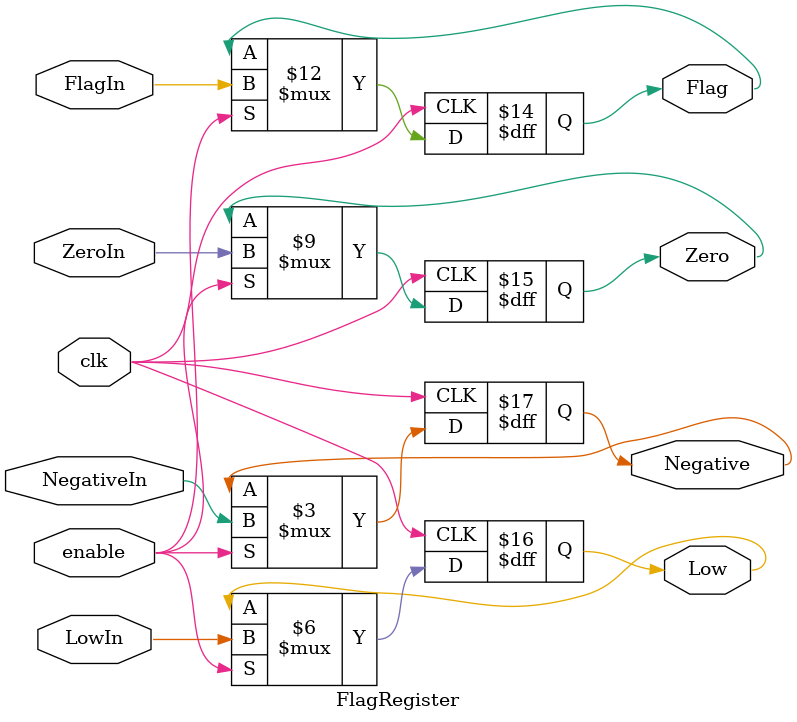
<source format=v>
`timescale 1ns / 1ps


module FlagRegister(
		input clk,
		input FlagIn,
		input ZeroIn,
		input LowIn,
		input NegativeIn,
		input enable,
		output reg Flag,
		output reg Zero,
		output reg Low,
		output reg Negative
	);

always@(posedge clk)
begin
	if (enable) begin
		Flag = FlagIn;
		Zero = ZeroIn;
		Low = LowIn;
		Negative = NegativeIn;
	end
end
endmodule

</source>
